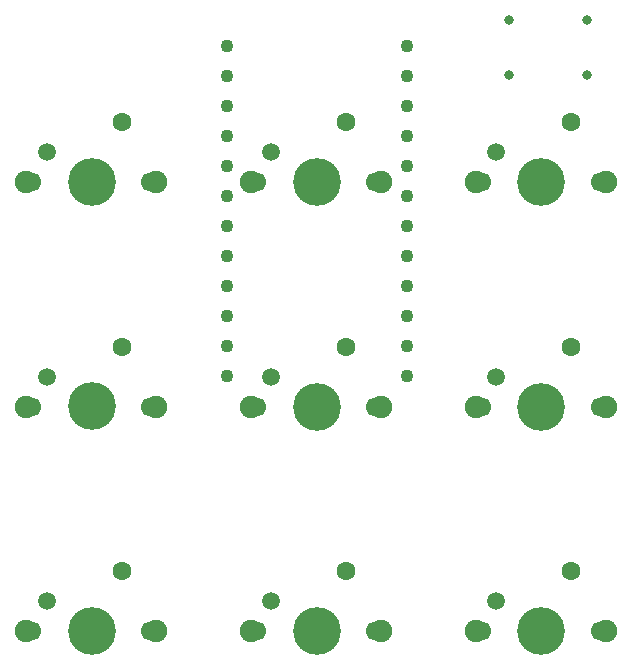
<source format=gbr>
%TF.GenerationSoftware,Altium Limited,Altium Designer,20.1.12 (249)*%
G04 Layer_Color=0*
%FSLAX26Y26*%
%MOIN*%
%TF.SameCoordinates,F1925889-B8ED-483B-8674-5474D18B1AF1*%
%TF.FilePolarity,Positive*%
%TF.FileFunction,Plated,1,2,PTH,Drill*%
%TF.Part,Single*%
G01*
G75*
%TA.AperFunction,ComponentDrill*%
%ADD29C,0.042992*%
%ADD30C,0.159449*%
%ADD31C,0.059055*%
%ADD32C,0.062992*%
%ADD33C,0.074803*%
%ADD34C,0.066929*%
%ADD35C,0.031496*%
D29*
X848854Y1624174D02*
D03*
Y2324174D02*
D03*
Y2224174D02*
D03*
Y2024174D02*
D03*
Y1824174D02*
D03*
Y1924174D02*
D03*
Y1424174D02*
D03*
Y1524174D02*
D03*
Y1224174D02*
D03*
Y2124174D02*
D03*
Y1724174D02*
D03*
Y1324174D02*
D03*
X1448854Y1624174D02*
D03*
Y2324174D02*
D03*
Y2024174D02*
D03*
Y2224174D02*
D03*
Y1824174D02*
D03*
Y1924174D02*
D03*
Y1424174D02*
D03*
Y1524174D02*
D03*
Y1224174D02*
D03*
Y1724174D02*
D03*
Y1324174D02*
D03*
Y2124174D02*
D03*
D30*
X397047Y375000D02*
D03*
Y1124213D02*
D03*
X1146496Y1123189D02*
D03*
X1895709D02*
D03*
X1146260Y375000D02*
D03*
X1895472D02*
D03*
X397047Y1873425D02*
D03*
X1146260D02*
D03*
X1895472D02*
D03*
D31*
X246457Y474409D02*
D03*
Y1223622D02*
D03*
X995905Y1222598D02*
D03*
X1745118D02*
D03*
X995669Y474409D02*
D03*
X1744882D02*
D03*
X246457Y1972835D02*
D03*
X995669D02*
D03*
X1744882D02*
D03*
D32*
X496457Y574409D02*
D03*
Y1323622D02*
D03*
X1245906Y1322598D02*
D03*
X1995118D02*
D03*
X1245669Y574409D02*
D03*
X1994882D02*
D03*
X496457Y2072835D02*
D03*
X1245669D02*
D03*
X1994882D02*
D03*
D33*
X178543Y374409D02*
D03*
X612008D02*
D03*
X178543Y1123622D02*
D03*
X612008D02*
D03*
X927992Y1122598D02*
D03*
X1361457D02*
D03*
X1677205D02*
D03*
X2110669D02*
D03*
X927756Y374409D02*
D03*
X1361220D02*
D03*
X1676968D02*
D03*
X2110433D02*
D03*
X178543Y1872835D02*
D03*
X612008D02*
D03*
X927756D02*
D03*
X1361220D02*
D03*
X1676968D02*
D03*
X2110433D02*
D03*
D34*
X195472Y374409D02*
D03*
X595472D02*
D03*
X195472Y1123622D02*
D03*
X595472D02*
D03*
X944921Y1122598D02*
D03*
X1344921D02*
D03*
X1694134D02*
D03*
X2094134D02*
D03*
X944685Y374409D02*
D03*
X1344685D02*
D03*
X1693898D02*
D03*
X2093898D02*
D03*
X195472Y1872835D02*
D03*
X595472D02*
D03*
X944685D02*
D03*
X1344685D02*
D03*
X1693898D02*
D03*
X2093898D02*
D03*
D35*
X1788740Y2229291D02*
D03*
Y2410394D02*
D03*
X2048583Y2229291D02*
D03*
Y2410394D02*
D03*
%TF.MD5,c3bc8ca9ba5e0577d713389a92344dad*%
M02*

</source>
